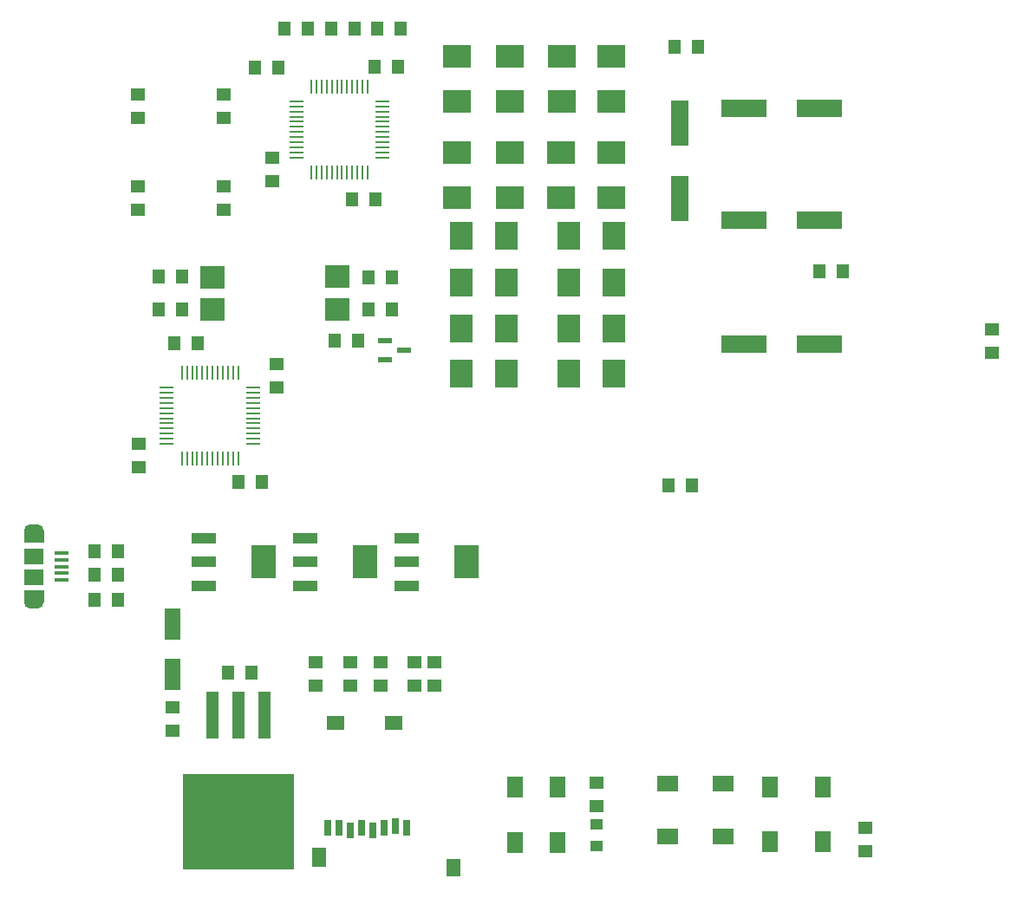
<source format=gtp>
G04*
G04 #@! TF.GenerationSoftware,Altium Limited,Altium Designer,21.2.1 (34)*
G04*
G04 Layer_Color=8421504*
%FSTAX24Y24*%
%MOIN*%
G70*
G04*
G04 #@! TF.SameCoordinates,1AE62F94-6DB7-4B32-8B40-2354E624DE5A*
G04*
G04*
G04 #@! TF.FilePolarity,Positive*
G04*
G01*
G75*
%ADD21O,0.0750X0.0480*%
%ADD22R,0.0750X0.0590*%
%ADD23R,0.0530X0.0160*%
%ADD24R,0.0500X0.0550*%
%ADD25R,0.1080X0.0850*%
%ADD26R,0.1732X0.0709*%
%ADD27R,0.0709X0.1732*%
%ADD28R,0.0850X0.1080*%
%ADD29R,0.0550X0.0500*%
%ADD30R,0.0591X0.0787*%
%ADD31R,0.0787X0.0591*%
%ADD32R,0.0472X0.0433*%
%ADD33R,0.0551X0.0700*%
%ADD34R,0.0315X0.0591*%
%ADD35R,0.0709X0.0551*%
%ADD36R,0.0551X0.0748*%
%ADD37R,0.0945X0.0394*%
%ADD38R,0.0945X0.1299*%
%ADD39R,0.0520X0.0220*%
%ADD40R,0.0920X0.0860*%
%ADD41R,0.0580X0.0110*%
%ADD42R,0.0110X0.0580*%
%ADD43R,0.0630X0.1240*%
%ADD44R,0.0453X0.1811*%
%ADD45R,0.4252X0.3701*%
G36*
X010702Y023808D02*
X011452D01*
Y023348D01*
X010702D01*
Y023808D01*
D02*
G37*
G36*
Y025644D02*
X011452D01*
Y026104D01*
X010702D01*
Y025644D01*
D02*
G37*
D21*
X011077Y023348D02*
D03*
Y026104D02*
D03*
D22*
Y024332D02*
D03*
Y025119D02*
D03*
D23*
X01213Y024214D02*
D03*
Y02447D02*
D03*
Y024726D02*
D03*
Y024982D02*
D03*
Y025238D02*
D03*
D24*
X0366Y04471D02*
D03*
X0357D02*
D03*
X04217Y03607D02*
D03*
X04127D02*
D03*
X02262Y03343D02*
D03*
X02352D02*
D03*
X02484Y03462D02*
D03*
X02394D02*
D03*
X02484Y03586D02*
D03*
X02394D02*
D03*
X02518Y04541D02*
D03*
X02428D02*
D03*
X02418Y04394D02*
D03*
X02508D02*
D03*
X02251Y04541D02*
D03*
X02341D02*
D03*
X02161D02*
D03*
X02071D02*
D03*
X02048Y04391D02*
D03*
X01958D02*
D03*
X01585Y03589D02*
D03*
X01675D02*
D03*
Y03461D02*
D03*
X01585D02*
D03*
X01645Y03331D02*
D03*
X01735D02*
D03*
X01982Y028D02*
D03*
X01892D02*
D03*
X0143Y02531D02*
D03*
X0134D02*
D03*
X0143Y02443D02*
D03*
X0134D02*
D03*
X0143Y02344D02*
D03*
X0134D02*
D03*
X01944Y02066D02*
D03*
X01854D02*
D03*
X03638Y02786D02*
D03*
X03548D02*
D03*
X02331Y03886D02*
D03*
X02421D02*
D03*
D25*
X03325Y042613D02*
D03*
Y044345D02*
D03*
X031351Y042613D02*
D03*
Y044345D02*
D03*
X029353D02*
D03*
Y042613D02*
D03*
X027324D02*
D03*
Y044345D02*
D03*
X03325Y040656D02*
D03*
Y038924D02*
D03*
X031341D02*
D03*
Y040656D02*
D03*
X029353Y038924D02*
D03*
Y040656D02*
D03*
X027324Y038924D02*
D03*
Y040656D02*
D03*
D26*
X038353Y03805D02*
D03*
X041267D02*
D03*
X038353Y04236D02*
D03*
X041267D02*
D03*
Y0333D02*
D03*
X038353D02*
D03*
D27*
X03591Y038887D02*
D03*
Y0418D02*
D03*
D28*
X027497Y03387D02*
D03*
X029229D02*
D03*
X027497Y03565D02*
D03*
X029229D02*
D03*
X027497Y03745D02*
D03*
X029229D02*
D03*
X031643D02*
D03*
X033375D02*
D03*
X031643Y03565D02*
D03*
X033375D02*
D03*
X031643Y03387D02*
D03*
X033375D02*
D03*
X029229Y03214D02*
D03*
X027497D02*
D03*
X031643D02*
D03*
X033375D02*
D03*
D29*
X04791Y03295D02*
D03*
Y03385D02*
D03*
X04303Y01377D02*
D03*
Y01467D02*
D03*
X03269Y01552D02*
D03*
Y01642D02*
D03*
X02647Y02106D02*
D03*
Y02016D02*
D03*
X02571D02*
D03*
Y02106D02*
D03*
X02441D02*
D03*
Y02016D02*
D03*
X02322Y02106D02*
D03*
Y02016D02*
D03*
X02189Y02106D02*
D03*
Y02016D02*
D03*
X02041Y03251D02*
D03*
Y03161D02*
D03*
X020225Y03955D02*
D03*
Y04045D02*
D03*
X01836Y04288D02*
D03*
Y04198D02*
D03*
X01508Y04288D02*
D03*
Y04198D02*
D03*
X01836Y03935D02*
D03*
Y03845D02*
D03*
X01508D02*
D03*
Y03935D02*
D03*
X01511Y02855D02*
D03*
Y02945D02*
D03*
X01641Y01842D02*
D03*
Y01932D02*
D03*
D30*
X04141Y016263D02*
D03*
Y014137D02*
D03*
X03936Y016263D02*
D03*
Y014137D02*
D03*
X03121Y016243D02*
D03*
Y014117D02*
D03*
X029553D02*
D03*
Y016243D02*
D03*
D31*
X035447Y0164D02*
D03*
X037573D02*
D03*
X035447Y01435D02*
D03*
X037573D02*
D03*
D32*
X03269Y013987D02*
D03*
Y014813D02*
D03*
D33*
X027214Y013156D02*
D03*
D34*
X025383Y014671D02*
D03*
X02495Y01475D02*
D03*
X024517Y014671D02*
D03*
X023651D02*
D03*
X023218Y014593D02*
D03*
X022785Y014671D02*
D03*
X022352D02*
D03*
X024084Y014593D02*
D03*
D35*
X022667Y018726D02*
D03*
X024911D02*
D03*
D36*
X022037Y013549D02*
D03*
D37*
X0254Y025808D02*
D03*
Y024902D02*
D03*
Y023997D02*
D03*
X017608Y025808D02*
D03*
Y024902D02*
D03*
Y023997D02*
D03*
X021508D02*
D03*
Y024902D02*
D03*
Y025808D02*
D03*
D38*
X027683Y024902D02*
D03*
X019892D02*
D03*
X023792D02*
D03*
D39*
X024578Y033425D02*
D03*
Y032675D02*
D03*
X025284Y03305D02*
D03*
D40*
X022722Y035872D02*
D03*
Y034622D02*
D03*
X01793Y035865D02*
D03*
Y034615D02*
D03*
D41*
X021155Y040457D02*
D03*
Y040654D02*
D03*
Y040851D02*
D03*
Y041048D02*
D03*
Y041245D02*
D03*
Y041442D02*
D03*
Y041638D02*
D03*
Y041835D02*
D03*
Y042032D02*
D03*
Y042229D02*
D03*
Y042426D02*
D03*
Y042623D02*
D03*
X024475D02*
D03*
Y042426D02*
D03*
Y042229D02*
D03*
Y042032D02*
D03*
Y041835D02*
D03*
Y041638D02*
D03*
Y041442D02*
D03*
Y041245D02*
D03*
Y041048D02*
D03*
Y040851D02*
D03*
Y040654D02*
D03*
Y040457D02*
D03*
X0195Y030038D02*
D03*
Y030432D02*
D03*
Y030235D02*
D03*
Y029447D02*
D03*
Y029841D02*
D03*
Y029644D02*
D03*
X01618Y030235D02*
D03*
Y030038D02*
D03*
Y029644D02*
D03*
Y029447D02*
D03*
Y029841D02*
D03*
X0195Y031416D02*
D03*
Y031219D02*
D03*
Y031613D02*
D03*
Y030628D02*
D03*
Y031022D02*
D03*
Y030825D02*
D03*
X01618Y031416D02*
D03*
Y031219D02*
D03*
Y031613D02*
D03*
Y030628D02*
D03*
Y030432D02*
D03*
Y031022D02*
D03*
Y030825D02*
D03*
D42*
X021732Y0432D02*
D03*
X021929D02*
D03*
X022126D02*
D03*
X022323D02*
D03*
X02252D02*
D03*
X022717D02*
D03*
X022913D02*
D03*
X02311D02*
D03*
X023307D02*
D03*
X023504D02*
D03*
X023701D02*
D03*
X023898D02*
D03*
Y03988D02*
D03*
X023701D02*
D03*
X023504D02*
D03*
X023307D02*
D03*
X02311D02*
D03*
X022913D02*
D03*
X022717D02*
D03*
X02252D02*
D03*
X022323D02*
D03*
X022126D02*
D03*
X021929D02*
D03*
X021732D02*
D03*
X018923Y02887D02*
D03*
X018332D02*
D03*
X018135D02*
D03*
X018726D02*
D03*
X018529D02*
D03*
X017348D02*
D03*
X017742D02*
D03*
X017545D02*
D03*
X016954D02*
D03*
X016757D02*
D03*
X017151D02*
D03*
X017938D02*
D03*
X018923Y03219D02*
D03*
X018726D02*
D03*
X018135D02*
D03*
X017938D02*
D03*
X018529D02*
D03*
X018332D02*
D03*
X017545D02*
D03*
X017348D02*
D03*
X017742D02*
D03*
X016954D02*
D03*
X016757D02*
D03*
X017151D02*
D03*
D43*
X01639Y020595D02*
D03*
Y022525D02*
D03*
D44*
X01993Y019015D02*
D03*
X01893D02*
D03*
X01793D02*
D03*
D45*
X01893Y01493D02*
D03*
M02*

</source>
